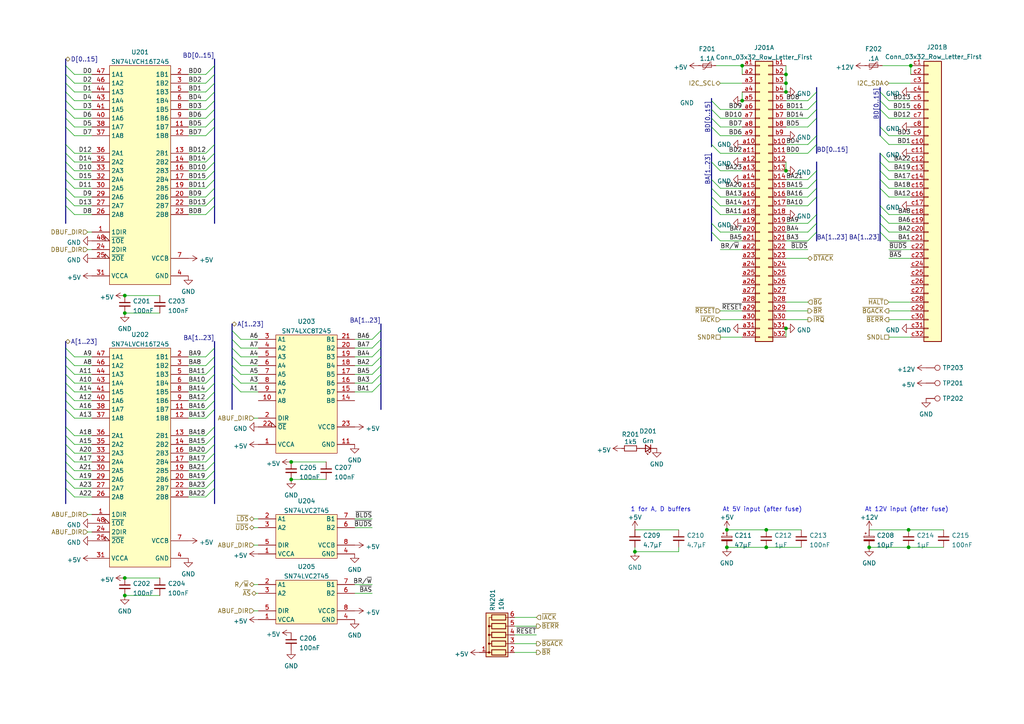
<source format=kicad_sch>
(kicad_sch (version 20210621) (generator eeschema)
  (paper "A4")
  (junction (at 36.195 172.72))
  (junction (at 227.965 49.53))
  (junction (at 227.965 26.67))
  (junction (at 36.195 167.64))
  (junction (at 227.965 95.25))
  (junction (at 215.265 29.21))
  (junction (at 36.195 90.805))
  (junction (at 227.965 21.59))
  (junction (at 264.16 19.05))
  (junction (at 215.265 19.05))
  (junction (at 227.965 24.13))
  (junction (at 84.455 139.065))
  (junction (at 263.525 153.67))
  (junction (at 184.15 160.02))
  (junction (at 36.195 85.725))
  (junction (at 210.82 153.67))
  (junction (at 210.82 158.75))
  (junction (at 252.095 158.75))
  (junction (at 263.525 158.75))
  (junction (at 222.25 158.75))
  (junction (at 84.455 133.985))
  (junction (at 222.25 153.67))
  (bus_entry (at 206.375 57.15) (size 2.54 2.54))
  (bus_entry (at 59.69 116.205) (size 2.54 -2.54))
  (bus_entry (at 206.375 36.83) (size 2.54 2.54))
  (bus_entry (at 59.69 131.445) (size 2.54 -2.54))
  (bus_entry (at 19.05 113.665) (size 2.54 2.54))
  (bus_entry (at 107.95 113.665) (size 2.54 -2.54))
  (bus_entry (at 19.05 139.065) (size 2.54 2.54))
  (bus_entry (at 234.315 29.21) (size 2.54 -2.54))
  (bus_entry (at 255.27 36.83) (size 2.54 2.54))
  (bus_entry (at 19.05 133.985) (size 2.54 2.54))
  (bus_entry (at 234.315 44.45) (size 2.54 -2.54))
  (bus_entry (at 19.05 141.605) (size 2.54 2.54))
  (bus_entry (at 107.95 103.505) (size 2.54 -2.54))
  (bus_entry (at 67.31 103.505) (size 2.54 2.54))
  (bus_entry (at 59.69 128.905) (size 2.54 -2.54))
  (bus_entry (at 255.27 46.99) (size 2.54 2.54))
  (bus_entry (at 206.375 29.21) (size 2.54 2.54))
  (bus_entry (at 59.69 121.285) (size 2.54 -2.54))
  (bus_entry (at 255.27 31.75) (size 2.54 2.54))
  (bus_entry (at 206.375 46.99) (size 2.54 2.54))
  (bus_entry (at 59.69 136.525) (size 2.54 -2.54))
  (bus_entry (at 234.315 64.77) (size 2.54 -2.54))
  (bus_entry (at 19.05 54.61) (size 2.54 2.54))
  (bus_entry (at 19.05 41.91) (size 2.54 2.54))
  (bus_entry (at 67.31 95.885) (size 2.54 2.54))
  (bus_entry (at 59.69 29.21) (size 2.54 -2.54))
  (bus_entry (at 206.375 34.29) (size 2.54 2.54))
  (bus_entry (at 255.27 54.61) (size 2.54 2.54))
  (bus_entry (at 234.315 36.83) (size 2.54 -2.54))
  (bus_entry (at 255.27 26.67) (size 2.54 2.54))
  (bus_entry (at 255.27 29.21) (size 2.54 2.54))
  (bus_entry (at 255.27 49.53) (size 2.54 2.54))
  (bus_entry (at 59.69 39.37) (size 2.54 -2.54))
  (bus_entry (at 19.05 118.745) (size 2.54 2.54))
  (bus_entry (at 234.315 31.75) (size 2.54 -2.54))
  (bus_entry (at 19.05 116.205) (size 2.54 2.54))
  (bus_entry (at 19.05 126.365) (size 2.54 2.54))
  (bus_entry (at 67.31 100.965) (size 2.54 2.54))
  (bus_entry (at 59.69 44.45) (size 2.54 -2.54))
  (bus_entry (at 19.05 49.53) (size 2.54 2.54))
  (bus_entry (at 234.315 34.29) (size 2.54 -2.54))
  (bus_entry (at 19.05 21.59) (size 2.54 2.54))
  (bus_entry (at 59.69 21.59) (size 2.54 -2.54))
  (bus_entry (at 19.05 123.825) (size 2.54 2.54))
  (bus_entry (at 59.69 139.065) (size 2.54 -2.54))
  (bus_entry (at 255.27 59.69) (size 2.54 2.54))
  (bus_entry (at 255.27 39.37) (size 2.54 2.54))
  (bus_entry (at 59.69 106.045) (size 2.54 -2.54))
  (bus_entry (at 19.05 46.99) (size 2.54 2.54))
  (bus_entry (at 19.05 26.67) (size 2.54 2.54))
  (bus_entry (at 59.69 62.23) (size 2.54 -2.54))
  (bus_entry (at 234.315 52.07) (size 2.54 -2.54))
  (bus_entry (at 19.05 131.445) (size 2.54 2.54))
  (bus_entry (at 206.375 59.69) (size 2.54 2.54))
  (bus_entry (at 19.05 19.05) (size 2.54 2.54))
  (bus_entry (at 67.31 111.125) (size 2.54 2.54))
  (bus_entry (at 59.69 141.605) (size 2.54 -2.54))
  (bus_entry (at 59.69 52.07) (size 2.54 -2.54))
  (bus_entry (at 59.69 118.745) (size 2.54 -2.54))
  (bus_entry (at 19.05 36.83) (size 2.54 2.54))
  (bus_entry (at 19.05 44.45) (size 2.54 2.54))
  (bus_entry (at 19.05 57.15) (size 2.54 2.54))
  (bus_entry (at 59.69 54.61) (size 2.54 -2.54))
  (bus_entry (at 59.69 108.585) (size 2.54 -2.54))
  (bus_entry (at 19.05 136.525) (size 2.54 2.54))
  (bus_entry (at 19.05 52.07) (size 2.54 2.54))
  (bus_entry (at 59.69 24.13) (size 2.54 -2.54))
  (bus_entry (at 206.375 31.75) (size 2.54 2.54))
  (bus_entry (at 59.69 103.505) (size 2.54 -2.54))
  (bus_entry (at 206.375 64.77) (size 2.54 2.54))
  (bus_entry (at 19.05 31.75) (size 2.54 2.54))
  (bus_entry (at 107.95 106.045) (size 2.54 -2.54))
  (bus_entry (at 255.27 64.77) (size 2.54 2.54))
  (bus_entry (at 59.69 46.99) (size 2.54 -2.54))
  (bus_entry (at 206.375 41.91) (size 2.54 2.54))
  (bus_entry (at 59.69 144.145) (size 2.54 -2.54))
  (bus_entry (at 59.69 31.75) (size 2.54 -2.54))
  (bus_entry (at 255.27 44.45) (size 2.54 2.54))
  (bus_entry (at 255.27 62.23) (size 2.54 2.54))
  (bus_entry (at 107.95 100.965) (size 2.54 -2.54))
  (bus_entry (at 19.05 128.905) (size 2.54 2.54))
  (bus_entry (at 19.05 29.21) (size 2.54 2.54))
  (bus_entry (at 59.69 111.125) (size 2.54 -2.54))
  (bus_entry (at 234.315 41.91) (size 2.54 -2.54))
  (bus_entry (at 67.31 98.425) (size 2.54 2.54))
  (bus_entry (at 107.95 111.125) (size 2.54 -2.54))
  (bus_entry (at 19.05 34.29) (size 2.54 2.54))
  (bus_entry (at 59.69 59.69) (size 2.54 -2.54))
  (bus_entry (at 234.315 59.69) (size 2.54 -2.54))
  (bus_entry (at 255.27 52.07) (size 2.54 2.54))
  (bus_entry (at 234.315 54.61) (size 2.54 -2.54))
  (bus_entry (at 19.05 108.585) (size 2.54 2.54))
  (bus_entry (at 59.69 133.985) (size 2.54 -2.54))
  (bus_entry (at 19.05 106.045) (size 2.54 2.54))
  (bus_entry (at 206.375 54.61) (size 2.54 2.54))
  (bus_entry (at 59.69 49.53) (size 2.54 -2.54))
  (bus_entry (at 19.05 100.965) (size 2.54 2.54))
  (bus_entry (at 19.05 59.69) (size 2.54 2.54))
  (bus_entry (at 59.69 57.15) (size 2.54 -2.54))
  (bus_entry (at 59.69 26.67) (size 2.54 -2.54))
  (bus_entry (at 206.375 52.07) (size 2.54 2.54))
  (bus_entry (at 67.31 108.585) (size 2.54 2.54))
  (bus_entry (at 234.315 69.85) (size 2.54 -2.54))
  (bus_entry (at 67.31 106.045) (size 2.54 2.54))
  (bus_entry (at 59.69 34.29) (size 2.54 -2.54))
  (bus_entry (at 234.315 57.15) (size 2.54 -2.54))
  (bus_entry (at 107.95 98.425) (size 2.54 -2.54))
  (bus_entry (at 59.69 113.665) (size 2.54 -2.54))
  (bus_entry (at 19.05 111.125) (size 2.54 2.54))
  (bus_entry (at 59.69 36.83) (size 2.54 -2.54))
  (bus_entry (at 206.375 67.31) (size 2.54 2.54))
  (bus_entry (at 107.95 108.585) (size 2.54 -2.54))
  (bus_entry (at 19.05 103.505) (size 2.54 2.54))
  (bus_entry (at 255.27 67.31) (size 2.54 2.54))
  (bus_entry (at 19.05 24.13) (size 2.54 2.54))
  (bus_entry (at 59.69 126.365) (size 2.54 -2.54))
  (bus_entry (at 234.315 67.31) (size 2.54 -2.54))
  (wire (pts (xy 208.915 34.29) (xy 215.265 34.29)))
  (wire (pts (xy 264.16 92.71) (xy 257.81 92.71)))
  (wire (pts (xy 263.525 158.75) (xy 273.685 158.75)))
  (wire (pts (xy 54.61 34.29) (xy 59.69 34.29)))
  (wire (pts (xy 208.915 39.37) (xy 215.265 39.37)))
  (wire (pts (xy 257.81 52.07) (xy 264.16 52.07)))
  (wire (pts (xy 54.61 108.585) (xy 59.69 108.585)))
  (wire (pts (xy 257.81 49.53) (xy 264.16 49.53)))
  (bus (pts (xy 206.375 29.21) (xy 206.375 31.75)))
  (wire (pts (xy 208.915 36.83) (xy 215.265 36.83)))
  (wire (pts (xy 69.85 106.045) (xy 74.93 106.045)))
  (wire (pts (xy 21.59 21.59) (xy 26.67 21.59)))
  (wire (pts (xy 54.61 128.905) (xy 59.69 128.905)))
  (wire (pts (xy 252.095 158.75) (xy 263.525 158.75)))
  (bus (pts (xy 206.375 41.91) (xy 206.375 42.545)))
  (wire (pts (xy 215.265 26.67) (xy 215.265 29.21)))
  (wire (pts (xy 21.59 26.67) (xy 26.67 26.67)))
  (wire (pts (xy 54.61 126.365) (xy 59.69 126.365)))
  (wire (pts (xy 227.965 31.75) (xy 234.315 31.75)))
  (wire (pts (xy 227.965 36.83) (xy 234.315 36.83)))
  (wire (pts (xy 54.61 141.605) (xy 59.69 141.605)))
  (wire (pts (xy 54.61 54.61) (xy 59.69 54.61)))
  (wire (pts (xy 257.81 24.13) (xy 264.16 24.13)))
  (wire (pts (xy 222.25 158.75) (xy 232.41 158.75)))
  (wire (pts (xy 210.82 158.75) (xy 222.25 158.75)))
  (wire (pts (xy 21.59 103.505) (xy 26.67 103.505)))
  (wire (pts (xy 102.87 172.085) (xy 107.95 172.085)))
  (wire (pts (xy 54.61 139.065) (xy 59.69 139.065)))
  (wire (pts (xy 257.81 67.31) (xy 264.16 67.31)))
  (wire (pts (xy 21.59 39.37) (xy 26.67 39.37)))
  (wire (pts (xy 54.61 131.445) (xy 59.69 131.445)))
  (wire (pts (xy 54.61 44.45) (xy 59.69 44.45)))
  (bus (pts (xy 62.23 31.75) (xy 62.23 34.29)))
  (bus (pts (xy 62.23 29.21) (xy 62.23 31.75)))
  (bus (pts (xy 62.23 26.67) (xy 62.23 29.21)))
  (bus (pts (xy 62.23 24.13) (xy 62.23 26.67)))
  (bus (pts (xy 62.23 34.29) (xy 62.23 36.83)))
  (bus (pts (xy 62.23 36.83) (xy 62.23 41.91)))
  (bus (pts (xy 62.23 17.145) (xy 62.23 19.05)))
  (bus (pts (xy 62.23 19.05) (xy 62.23 21.59)))
  (bus (pts (xy 62.23 21.59) (xy 62.23 24.13)))
  (bus (pts (xy 62.23 41.91) (xy 62.23 44.45)))
  (bus (pts (xy 62.23 44.45) (xy 62.23 46.99)))
  (bus (pts (xy 62.23 54.61) (xy 62.23 57.15)))
  (bus (pts (xy 62.23 52.07) (xy 62.23 54.61)))
  (bus (pts (xy 62.23 57.15) (xy 62.23 59.69)))
  (bus (pts (xy 62.23 59.69) (xy 62.23 64.77)))
  (bus (pts (xy 62.23 46.99) (xy 62.23 49.53)))
  (bus (pts (xy 62.23 49.53) (xy 62.23 52.07)))
  (wire (pts (xy 227.965 69.85) (xy 234.315 69.85)))
  (wire (pts (xy 54.61 46.99) (xy 59.69 46.99)))
  (wire (pts (xy 149.225 184.15) (xy 155.575 184.15)))
  (wire (pts (xy 54.61 106.045) (xy 59.69 106.045)))
  (wire (pts (xy 208.915 49.53) (xy 215.265 49.53)))
  (wire (pts (xy 102.87 153.035) (xy 107.95 153.035)))
  (wire (pts (xy 102.87 100.965) (xy 107.95 100.965)))
  (wire (pts (xy 54.61 136.525) (xy 59.69 136.525)))
  (wire (pts (xy 21.59 144.145) (xy 26.67 144.145)))
  (wire (pts (xy 102.87 103.505) (xy 107.95 103.505)))
  (wire (pts (xy 69.85 103.505) (xy 74.93 103.505)))
  (wire (pts (xy 21.59 59.69) (xy 26.67 59.69)))
  (wire (pts (xy 21.59 29.21) (xy 26.67 29.21)))
  (wire (pts (xy 208.915 97.79) (xy 215.265 97.79)))
  (wire (pts (xy 21.59 139.065) (xy 26.67 139.065)))
  (wire (pts (xy 264.16 87.63) (xy 257.81 87.63)))
  (wire (pts (xy 102.87 98.425) (xy 107.95 98.425)))
  (wire (pts (xy 54.61 29.21) (xy 59.69 29.21)))
  (wire (pts (xy 25.4 154.305) (xy 26.67 154.305)))
  (wire (pts (xy 149.225 189.23) (xy 155.575 189.23)))
  (wire (pts (xy 208.915 31.75) (xy 215.265 31.75)))
  (wire (pts (xy 69.85 113.665) (xy 74.93 113.665)))
  (wire (pts (xy 25.4 67.31) (xy 26.67 67.31)))
  (wire (pts (xy 36.195 90.805) (xy 46.355 90.805)))
  (wire (pts (xy 257.81 34.29) (xy 264.16 34.29)))
  (wire (pts (xy 21.59 128.905) (xy 26.67 128.905)))
  (wire (pts (xy 257.81 69.85) (xy 264.16 69.85)))
  (bus (pts (xy 236.855 62.23) (xy 236.855 64.77)))
  (bus (pts (xy 236.855 57.15) (xy 236.855 62.23)))
  (bus (pts (xy 236.855 54.61) (xy 236.855 57.15)))
  (bus (pts (xy 236.855 52.07) (xy 236.855 54.61)))
  (bus (pts (xy 236.855 46.99) (xy 236.855 49.53)))
  (bus (pts (xy 236.855 49.53) (xy 236.855 52.07)))
  (bus (pts (xy 236.855 67.31) (xy 236.855 69.85)))
  (bus (pts (xy 236.855 64.77) (xy 236.855 67.31)))
  (wire (pts (xy 21.59 49.53) (xy 26.67 49.53)))
  (wire (pts (xy 69.85 111.125) (xy 74.93 111.125)))
  (wire (pts (xy 21.59 44.45) (xy 26.67 44.45)))
  (wire (pts (xy 54.61 118.745) (xy 59.69 118.745)))
  (wire (pts (xy 54.61 24.13) (xy 59.69 24.13)))
  (wire (pts (xy 149.225 181.61) (xy 155.575 181.61)))
  (wire (pts (xy 227.965 41.91) (xy 234.315 41.91)))
  (wire (pts (xy 54.61 144.145) (xy 59.69 144.145)))
  (wire (pts (xy 21.59 131.445) (xy 26.67 131.445)))
  (wire (pts (xy 257.81 74.93) (xy 264.16 74.93)))
  (wire (pts (xy 69.85 108.585) (xy 74.93 108.585)))
  (wire (pts (xy 74.295 172.085) (xy 74.93 172.085)))
  (wire (pts (xy 227.965 44.45) (xy 234.315 44.45)))
  (wire (pts (xy 252.095 153.67) (xy 263.525 153.67)))
  (wire (pts (xy 257.81 72.39) (xy 264.16 72.39)))
  (wire (pts (xy 69.85 98.425) (xy 74.93 98.425)))
  (wire (pts (xy 69.85 100.965) (xy 74.93 100.965)))
  (bus (pts (xy 110.49 111.125) (xy 110.49 118.745)))
  (bus (pts (xy 110.49 108.585) (xy 110.49 111.125)))
  (bus (pts (xy 110.49 98.425) (xy 110.49 100.965)))
  (bus (pts (xy 110.49 93.98) (xy 110.49 95.885)))
  (bus (pts (xy 110.49 95.885) (xy 110.49 98.425)))
  (bus (pts (xy 110.49 103.505) (xy 110.49 106.045)))
  (bus (pts (xy 110.49 106.045) (xy 110.49 108.585)))
  (bus (pts (xy 110.49 100.965) (xy 110.49 103.505)))
  (wire (pts (xy 257.81 39.37) (xy 264.16 39.37)))
  (bus (pts (xy 206.375 36.83) (xy 206.375 41.91)))
  (wire (pts (xy 149.225 186.69) (xy 155.575 186.69)))
  (bus (pts (xy 62.23 100.965) (xy 62.23 103.505)))
  (bus (pts (xy 62.23 99.06) (xy 62.23 100.965)))
  (bus (pts (xy 62.23 123.825) (xy 62.23 126.365)))
  (bus (pts (xy 62.23 116.205) (xy 62.23 118.745)))
  (bus (pts (xy 62.23 118.745) (xy 62.23 123.825)))
  (bus (pts (xy 62.23 113.665) (xy 62.23 116.205)))
  (bus (pts (xy 62.23 106.045) (xy 62.23 108.585)))
  (bus (pts (xy 62.23 108.585) (xy 62.23 111.125)))
  (bus (pts (xy 62.23 111.125) (xy 62.23 113.665)))
  (bus (pts (xy 62.23 103.505) (xy 62.23 106.045)))
  (bus (pts (xy 62.23 136.525) (xy 62.23 139.065)))
  (bus (pts (xy 62.23 139.065) (xy 62.23 141.605)))
  (bus (pts (xy 62.23 141.605) (xy 62.23 146.05)))
  (bus (pts (xy 62.23 133.985) (xy 62.23 136.525)))
  (bus (pts (xy 62.23 131.445) (xy 62.23 133.985)))
  (bus (pts (xy 62.23 126.365) (xy 62.23 128.905)))
  (bus (pts (xy 62.23 128.905) (xy 62.23 131.445)))
  (wire (pts (xy 257.81 54.61) (xy 264.16 54.61)))
  (wire (pts (xy 208.915 72.39) (xy 215.265 72.39)))
  (wire (pts (xy 207.645 19.05) (xy 215.265 19.05)))
  (wire (pts (xy 54.61 21.59) (xy 59.69 21.59)))
  (wire (pts (xy 21.59 108.585) (xy 26.67 108.585)))
  (wire (pts (xy 263.525 153.67) (xy 273.685 153.67)))
  (wire (pts (xy 21.59 133.985) (xy 26.67 133.985)))
  (wire (pts (xy 21.59 57.15) (xy 26.67 57.15)))
  (wire (pts (xy 54.61 26.67) (xy 59.69 26.67)))
  (wire (pts (xy 21.59 52.07) (xy 26.67 52.07)))
  (wire (pts (xy 25.4 72.39) (xy 26.67 72.39)))
  (wire (pts (xy 36.195 167.64) (xy 46.355 167.64)))
  (wire (pts (xy 54.61 39.37) (xy 59.69 39.37)))
  (wire (pts (xy 257.81 90.17) (xy 264.16 90.17)))
  (wire (pts (xy 54.61 111.125) (xy 59.69 111.125)))
  (wire (pts (xy 227.965 29.21) (xy 234.315 29.21)))
  (wire (pts (xy 208.915 44.45) (xy 215.265 44.45)))
  (wire (pts (xy 208.915 69.85) (xy 215.265 69.85)))
  (wire (pts (xy 54.61 113.665) (xy 59.69 113.665)))
  (wire (pts (xy 227.965 57.15) (xy 234.315 57.15)))
  (wire (pts (xy 102.87 150.495) (xy 107.95 150.495)))
  (wire (pts (xy 54.61 133.985) (xy 59.69 133.985)))
  (wire (pts (xy 264.16 19.05) (xy 264.16 21.59)))
  (wire (pts (xy 257.81 29.21) (xy 264.16 29.21)))
  (wire (pts (xy 227.965 52.07) (xy 234.315 52.07)))
  (wire (pts (xy 102.87 108.585) (xy 107.95 108.585)))
  (wire (pts (xy 54.61 103.505) (xy 59.69 103.505)))
  (wire (pts (xy 54.61 49.53) (xy 59.69 49.53)))
  (wire (pts (xy 102.87 169.545) (xy 107.95 169.545)))
  (wire (pts (xy 84.455 139.065) (xy 94.615 139.065)))
  (wire (pts (xy 21.59 111.125) (xy 26.67 111.125)))
  (wire (pts (xy 21.59 62.23) (xy 26.67 62.23)))
  (wire (pts (xy 54.61 62.23) (xy 59.69 62.23)))
  (wire (pts (xy 227.965 87.63) (xy 234.315 87.63)))
  (wire (pts (xy 21.59 24.13) (xy 26.67 24.13)))
  (wire (pts (xy 21.59 34.29) (xy 26.67 34.29)))
  (wire (pts (xy 54.61 121.285) (xy 59.69 121.285)))
  (wire (pts (xy 184.15 160.02) (xy 196.85 160.02)))
  (wire (pts (xy 184.15 158.75) (xy 184.15 160.02)))
  (wire (pts (xy 196.85 160.02) (xy 196.85 158.75)))
  (wire (pts (xy 257.81 64.77) (xy 264.16 64.77)))
  (wire (pts (xy 257.81 62.23) (xy 264.16 62.23)))
  (bus (pts (xy 255.27 44.45) (xy 255.27 46.99)))
  (wire (pts (xy 21.59 36.83) (xy 26.67 36.83)))
  (wire (pts (xy 227.965 95.25) (xy 227.965 97.79)))
  (wire (pts (xy 21.59 113.665) (xy 26.67 113.665)))
  (wire (pts (xy 21.59 118.745) (xy 26.67 118.745)))
  (wire (pts (xy 215.265 19.05) (xy 215.265 21.59)))
  (bus (pts (xy 19.05 99.06) (xy 19.05 100.965)))
  (bus (pts (xy 19.05 100.965) (xy 19.05 103.505)))
  (bus (pts (xy 19.05 103.505) (xy 19.05 106.045)))
  (bus (pts (xy 19.05 126.365) (xy 19.05 128.905)))
  (bus (pts (xy 19.05 123.825) (xy 19.05 126.365)))
  (bus (pts (xy 19.05 133.985) (xy 19.05 136.525)))
  (bus (pts (xy 19.05 136.525) (xy 19.05 139.065)))
  (bus (pts (xy 19.05 128.905) (xy 19.05 131.445)))
  (bus (pts (xy 19.05 131.445) (xy 19.05 133.985)))
  (bus (pts (xy 19.05 116.205) (xy 19.05 118.745)))
  (bus (pts (xy 19.05 118.745) (xy 19.05 123.825)))
  (bus (pts (xy 19.05 108.585) (xy 19.05 111.125)))
  (bus (pts (xy 19.05 106.045) (xy 19.05 108.585)))
  (bus (pts (xy 19.05 113.665) (xy 19.05 116.205)))
  (bus (pts (xy 19.05 111.125) (xy 19.05 113.665)))
  (bus (pts (xy 19.05 141.605) (xy 19.05 146.05)))
  (bus (pts (xy 19.05 139.065) (xy 19.05 141.605)))
  (wire (pts (xy 208.915 59.69) (xy 215.265 59.69)))
  (wire (pts (xy 208.915 57.15) (xy 215.265 57.15)))
  (wire (pts (xy 54.61 52.07) (xy 59.69 52.07)))
  (wire (pts (xy 54.61 59.69) (xy 59.69 59.69)))
  (wire (pts (xy 227.965 46.99) (xy 227.965 49.53)))
  (wire (pts (xy 73.66 150.495) (xy 74.93 150.495)))
  (wire (pts (xy 227.965 59.69) (xy 234.315 59.69)))
  (wire (pts (xy 257.81 46.99) (xy 264.16 46.99)))
  (wire (pts (xy 234.315 90.17) (xy 227.965 90.17)))
  (wire (pts (xy 184.15 153.67) (xy 196.85 153.67)))
  (wire (pts (xy 234.315 92.71) (xy 227.965 92.71)))
  (wire (pts (xy 21.59 46.99) (xy 26.67 46.99)))
  (bus (pts (xy 236.855 41.91) (xy 236.855 44.45)))
  (wire (pts (xy 102.87 106.045) (xy 107.95 106.045)))
  (bus (pts (xy 206.375 31.75) (xy 206.375 34.29)))
  (wire (pts (xy 227.965 19.05) (xy 227.965 21.59)))
  (wire (pts (xy 227.965 21.59) (xy 227.965 24.13)))
  (bus (pts (xy 206.375 34.29) (xy 206.375 36.83)))
  (wire (pts (xy 21.59 141.605) (xy 26.67 141.605)))
  (wire (pts (xy 255.905 19.05) (xy 264.16 19.05)))
  (bus (pts (xy 67.31 106.045) (xy 67.31 108.585)))
  (bus (pts (xy 67.31 108.585) (xy 67.31 111.125)))
  (bus (pts (xy 67.31 111.125) (xy 67.31 118.745)))
  (bus (pts (xy 67.31 98.425) (xy 67.31 100.965)))
  (bus (pts (xy 67.31 103.505) (xy 67.31 106.045)))
  (bus (pts (xy 67.31 100.965) (xy 67.31 103.505)))
  (bus (pts (xy 67.31 93.98) (xy 67.31 95.885)))
  (bus (pts (xy 67.31 95.885) (xy 67.31 98.425)))
  (wire (pts (xy 21.59 31.75) (xy 26.67 31.75)))
  (wire (pts (xy 208.915 24.13) (xy 215.265 24.13)))
  (wire (pts (xy 21.59 106.045) (xy 26.67 106.045)))
  (wire (pts (xy 208.915 92.71) (xy 215.265 92.71)))
  (bus (pts (xy 206.375 54.61) (xy 206.375 57.15)))
  (bus (pts (xy 206.375 57.15) (xy 206.375 59.69)))
  (bus (pts (xy 206.375 59.69) (xy 206.375 64.77)))
  (bus (pts (xy 206.375 52.07) (xy 206.375 54.61)))
  (bus (pts (xy 206.375 46.99) (xy 206.375 52.07)))
  (bus (pts (xy 206.375 44.45) (xy 206.375 46.99)))
  (bus (pts (xy 206.375 67.31) (xy 206.375 69.85)))
  (bus (pts (xy 206.375 64.77) (xy 206.375 67.31)))
  (wire (pts (xy 208.915 54.61) (xy 215.265 54.61)))
  (wire (pts (xy 21.59 136.525) (xy 26.67 136.525)))
  (wire (pts (xy 257.81 31.75) (xy 264.16 31.75)))
  (wire (pts (xy 222.25 153.67) (xy 232.41 153.67)))
  (wire (pts (xy 210.82 153.67) (xy 222.25 153.67)))
  (wire (pts (xy 36.195 85.725) (xy 46.355 85.725)))
  (wire (pts (xy 102.87 113.665) (xy 107.95 113.665)))
  (bus (pts (xy 255.27 31.75) (xy 255.27 36.83)))
  (bus (pts (xy 255.27 26.67) (xy 255.27 29.21)))
  (bus (pts (xy 255.27 29.21) (xy 255.27 31.75)))
  (bus (pts (xy 255.27 25.4) (xy 255.27 26.67)))
  (bus (pts (xy 255.27 36.83) (xy 255.27 39.37)))
  (wire (pts (xy 73.66 169.545) (xy 74.93 169.545)))
  (wire (pts (xy 208.915 62.23) (xy 215.265 62.23)))
  (wire (pts (xy 227.965 64.77) (xy 234.315 64.77)))
  (wire (pts (xy 21.59 121.285) (xy 26.67 121.285)))
  (wire (pts (xy 54.61 31.75) (xy 59.69 31.75)))
  (wire (pts (xy 54.61 57.15) (xy 59.69 57.15)))
  (wire (pts (xy 215.265 90.17) (xy 208.915 90.17)))
  (wire (pts (xy 21.59 54.61) (xy 26.67 54.61)))
  (wire (pts (xy 73.66 177.165) (xy 74.93 177.165)))
  (wire (pts (xy 21.59 116.205) (xy 26.67 116.205)))
  (wire (pts (xy 257.81 57.15) (xy 264.16 57.15)))
  (wire (pts (xy 234.315 74.93) (xy 227.965 74.93)))
  (bus (pts (xy 255.27 52.07) (xy 255.27 54.61)))
  (bus (pts (xy 255.27 49.53) (xy 255.27 52.07)))
  (bus (pts (xy 255.27 46.99) (xy 255.27 49.53)))
  (bus (pts (xy 255.27 54.61) (xy 255.27 59.69)))
  (bus (pts (xy 255.27 59.69) (xy 255.27 62.23)))
  (bus (pts (xy 255.27 64.77) (xy 255.27 67.31)))
  (bus (pts (xy 255.27 67.31) (xy 255.27 69.85)))
  (bus (pts (xy 255.27 62.23) (xy 255.27 64.77)))
  (wire (pts (xy 234.315 72.39) (xy 227.965 72.39)))
  (wire (pts (xy 73.66 158.115) (xy 74.93 158.115)))
  (wire (pts (xy 102.87 111.125) (xy 107.95 111.125)))
  (bus (pts (xy 19.05 41.91) (xy 19.05 44.45)))
  (bus (pts (xy 19.05 44.45) (xy 19.05 46.99)))
  (bus (pts (xy 19.05 46.99) (xy 19.05 49.53)))
  (bus (pts (xy 19.05 49.53) (xy 19.05 52.07)))
  (bus (pts (xy 19.05 52.07) (xy 19.05 54.61)))
  (bus (pts (xy 19.05 57.15) (xy 19.05 59.69)))
  (bus (pts (xy 19.05 54.61) (xy 19.05 57.15)))
  (bus (pts (xy 19.05 59.69) (xy 19.05 64.77)))
  (bus (pts (xy 19.05 19.05) (xy 19.05 21.59)))
  (bus (pts (xy 19.05 21.59) (xy 19.05 24.13)))
  (bus (pts (xy 19.05 34.29) (xy 19.05 36.83)))
  (bus (pts (xy 19.05 29.21) (xy 19.05 31.75)))
  (bus (pts (xy 19.05 31.75) (xy 19.05 34.29)))
  (bus (pts (xy 19.05 26.67) (xy 19.05 29.21)))
  (bus (pts (xy 19.05 24.13) (xy 19.05 26.67)))
  (bus (pts (xy 19.05 36.83) (xy 19.05 41.91)))
  (bus (pts (xy 19.05 17.145) (xy 19.05 19.05)))
  (wire (pts (xy 73.66 153.035) (xy 74.93 153.035)))
  (wire (pts (xy 257.81 97.79) (xy 264.16 97.79)))
  (wire (pts (xy 227.965 24.13) (xy 227.965 26.67)))
  (wire (pts (xy 36.195 172.72) (xy 46.355 172.72)))
  (wire (pts (xy 21.59 126.365) (xy 26.67 126.365)))
  (wire (pts (xy 208.915 67.31) (xy 215.265 67.31)))
  (wire (pts (xy 84.455 133.985) (xy 94.615 133.985)))
  (wire (pts (xy 227.965 54.61) (xy 234.315 54.61)))
  (wire (pts (xy 54.61 36.83) (xy 59.69 36.83)))
  (bus (pts (xy 236.855 25.4) (xy 236.855 26.67)))
  (bus (pts (xy 236.855 29.21) (xy 236.855 31.75)))
  (bus (pts (xy 236.855 26.67) (xy 236.855 29.21)))
  (bus (pts (xy 236.855 31.75) (xy 236.855 34.29)))
  (bus (pts (xy 236.855 34.29) (xy 236.855 39.37)))
  (bus (pts (xy 236.855 39.37) (xy 236.855 41.91)))
  (wire (pts (xy 25.4 149.225) (xy 26.67 149.225)))
  (wire (pts (xy 227.965 34.29) (xy 234.315 34.29)))
  (wire (pts (xy 73.66 121.285) (xy 74.93 121.285)))
  (wire (pts (xy 257.81 41.91) (xy 264.16 41.91)))
  (wire (pts (xy 54.61 116.205) (xy 59.69 116.205)))
  (wire (pts (xy 149.225 179.07) (xy 155.575 179.07)))
  (bus (pts (xy 206.375 28.575) (xy 206.375 29.21)))
  (wire (pts (xy 227.965 67.31) (xy 234.315 67.31)))
  (text "At 5V input (after fuse)" (at 209.55 148.59 0) (effects (font (size 1.27 1.27)) (justify left bottom)))
  (text "1 for A, D buffers" (at 182.88 148.59 0) (effects (font (size 1.27 1.27)) (justify left bottom)))
  (text "At 12V input (after fuse)" (at 250.825 148.59 0) (effects (font (size 1.27 1.27)) (justify left bottom)))
  (label "A9" (at 26.67 103.505 180))
  (label "BA18" (at 264.16 54.61 180))
  (label "BD3" (at 264.16 39.37 180))
  (label "D2" (at 26.67 24.13 180))
  (label "BD10" (at 54.61 49.53 0))
  (label "BD12" (at 264.16 34.29 180))
  (label "BA5" (at 215.265 69.85 180))
  (label "BA16" (at 54.61 118.745 0))
  (label "A1" (at 74.93 113.665 180))
  (label "BA20" (at 215.265 54.61 180))
  (label "BA2" (at 264.16 67.31 180))
  (label "BA10" (at 227.965 59.69 0))
  (label "BA9" (at 54.61 103.505 0))
  (label "BA3" (at 227.965 69.85 0))
  (label "BD10" (at 215.265 34.29 180))
  (label "BA[1..23]" (at 255.27 69.85 180))
  (label "A8" (at 26.67 106.045 180))
  (label "D7" (at 26.67 39.37 180))
  (label "BA21" (at 227.965 52.07 0))
  (label "BA10" (at 54.61 111.125 0))
  (label "BD15" (at 54.61 52.07 0))
  (label "BA12" (at 54.61 116.205 0))
  (label "BA4" (at 227.965 67.31 0))
  (label "D9" (at 26.67 57.15 180))
  (label "BA19" (at 264.16 49.53 180))
  (label "A19" (at 26.67 139.065 180))
  (label "A16" (at 26.67 118.745 180))
  (label "A10" (at 26.67 111.125 180))
  (label "A15" (at 26.67 128.905 180))
  (label "BD0" (at 227.965 44.45 0))
  (label "BD2" (at 215.265 44.45 180))
  (label "BA17" (at 54.61 133.985 0))
  (label "A2" (at 74.93 106.045 180))
  (label "~{RESET}" (at 155.575 184.15 180))
  (label "BD5" (at 54.61 36.83 0))
  (label "BA11" (at 54.61 108.585 0))
  (label "BD4" (at 227.965 41.91 0))
  (label "BA22" (at 54.61 144.145 0))
  (label "BD[0..15]" (at 62.23 17.145 180))
  (label "A11" (at 26.67 108.585 180))
  (label "A3" (at 74.93 111.125 180))
  (label "D0" (at 26.67 21.59 180))
  (label "D13" (at 26.67 59.69 180))
  (label "BD[0..15]" (at 206.375 29.21 270))
  (label "BA20" (at 54.61 131.445 0))
  (label "D1" (at 26.67 26.67 180))
  (label "BA[1..23]" (at 236.855 69.85 0))
  (label "A14" (at 26.67 113.665 180))
  (label "A6" (at 74.93 98.425 180))
  (label "BA12" (at 264.16 57.15 180))
  (label "BA14" (at 215.265 59.69 180))
  (label "BD2" (at 54.61 24.13 0))
  (label "BA23" (at 54.61 141.605 0))
  (label "BD15" (at 264.16 31.75 180))
  (label "BA[1..23]" (at 62.23 99.06 180))
  (label "A18" (at 26.67 126.365 180))
  (label "BA7" (at 215.265 67.31 180))
  (label "BD13" (at 264.16 29.21 180))
  (label "A17" (at 26.67 133.985 180))
  (label "A12" (at 26.67 116.205 180))
  (label "BA18" (at 54.61 126.365 0))
  (label "BD8" (at 54.61 62.23 0))
  (label "BR{slash}~{W}" (at 208.915 72.39 0))
  (label "BD7" (at 215.265 36.83 180))
  (label "~{BLDS}" (at 107.95 150.495 180))
  (label "A13" (at 26.67 121.285 180))
  (label "BD12" (at 54.61 44.45 0))
  (label "D5" (at 26.67 36.83 180))
  (label "A20" (at 26.67 131.445 180))
  (label "BA1" (at 103.505 113.665 0))
  (label "~{RESET}" (at 215.265 90.17 180))
  (label "A22" (at 26.67 144.145 180))
  (label "A5" (at 74.93 108.585 180))
  (label "BA2" (at 103.505 106.045 0))
  (label "BD0" (at 54.61 21.59 0))
  (label "BD9" (at 215.265 31.75 180))
  (label "BD1" (at 54.61 26.67 0))
  (label "BA11" (at 215.265 62.23 180))
  (label "D4" (at 26.67 29.21 180))
  (label "BD[0..15]" (at 255.27 25.4 270))
  (label "~{BAS}" (at 257.81 74.93 0))
  (label "BA17" (at 264.16 52.07 180))
  (label "BA21" (at 54.61 136.525 0))
  (label "D15" (at 26.67 52.07 180))
  (label "BD9" (at 54.61 57.15 0))
  (label "~{BLDS}" (at 234.315 72.39 180))
  (label "BA8" (at 54.61 106.045 0))
  (label "BD5" (at 227.965 36.83 0))
  (label "BA15" (at 227.965 54.61 0))
  (label "D6" (at 26.67 34.29 180))
  (label "D11" (at 26.67 54.61 180))
  (label "A21" (at 26.67 136.525 180))
  (label "BD14" (at 227.965 34.29 0))
  (label "BA15" (at 54.61 128.905 0))
  (label "~{BUDS}" (at 107.95 153.035 180))
  (label "BA8" (at 264.16 62.23 180))
  (label "BD6" (at 215.265 39.37 180))
  (label "D10" (at 26.67 49.53 180))
  (label "BD1" (at 264.16 41.91 180))
  (label "BR{slash}~{W}" (at 107.95 169.545 180))
  (label "BA23" (at 215.265 49.53 180))
  (label "~{BUDS}" (at 257.81 72.39 0))
  (label "D12" (at 26.67 44.45 180))
  (label "D8" (at 26.67 62.23 180))
  (label "BA5" (at 103.505 108.585 0))
  (label "BA4" (at 103.505 103.505 0))
  (label "~{BAS}" (at 107.95 172.085 180))
  (label "A23" (at 26.67 141.605 180))
  (label "BA22" (at 264.16 46.99 180))
  (label "BA19" (at 54.61 139.065 0))
  (label "BD11" (at 54.61 54.61 0))
  (label "A4" (at 74.93 103.505 180))
  (label "D14" (at 26.67 46.99 180))
  (label "BD13" (at 54.61 59.69 0))
  (label "BA1" (at 264.16 69.85 180))
  (label "BA[1..23]" (at 206.375 44.45 270))
  (label "BA14" (at 54.61 113.665 0))
  (label "BA13" (at 215.265 57.15 180))
  (label "BD[0..15]" (at 236.855 44.45 0))
  (label "BD14" (at 54.61 46.99 0))
  (label "BD11" (at 227.965 31.75 0))
  (label "BD3" (at 54.61 31.75 0))
  (label "BA13" (at 54.61 121.285 0))
  (label "BD6" (at 54.61 34.29 0))
  (label "BA6" (at 103.505 98.425 0))
  (label "BA9" (at 227.965 64.77 0))
  (label "BA6" (at 264.16 64.77 180))
  (label "BA3" (at 103.505 111.125 0))
  (label "BD8" (at 227.965 29.21 0))
  (label "BA[1..23]" (at 110.49 93.98 180))
  (label "D3" (at 26.67 31.75 180))
  (label "BA7" (at 103.505 100.965 0))
  (label "BD7" (at 54.61 39.37 0))
  (label "A7" (at 74.93 100.965 180))
  (label "BD4" (at 54.61 29.21 0))
  (label "BA16" (at 227.965 57.15 0))
  (hierarchical_label "ABUF_DIR" (shape input) (at 25.4 149.225 180))
  (hierarchical_label "DBUF_DIR" (shape input) (at 25.4 72.39 180))
  (hierarchical_label "ABUF_DIR" (shape input) (at 73.66 158.115 180))
  (hierarchical_label "~{HALT}" (shape input) (at 257.81 87.63 180))
  (hierarchical_label "I2C_SCL" (shape tri_state) (at 208.915 24.13 180))
  (hierarchical_label "~{BERR}" (shape output) (at 257.81 92.71 180))
  (hierarchical_label "A[1..23]" (shape bidirectional) (at 67.31 93.98 0))
  (hierarchical_label "SNDR" (shape passive) (at 208.915 97.79 180))
  (hierarchical_label "R{slash}~{W}" (shape bidirectional) (at 73.66 169.545 180))
  (hierarchical_label "~{AS}" (shape bidirectional) (at 74.295 172.085 180))
  (hierarchical_label "~{DTACK}" (shape bidirectional) (at 234.315 74.93 0))
  (hierarchical_label "DBUF_DIR" (shape input) (at 25.4 67.31 180))
  (hierarchical_label "~{BGACK}" (shape output) (at 155.575 186.69 0))
  (hierarchical_label "SNDL" (shape passive) (at 257.81 97.79 180))
  (hierarchical_label "~{IACK}" (shape input) (at 155.575 179.07 0))
  (hierarchical_label "~{BR}" (shape output) (at 155.575 189.23 0))
  (hierarchical_label "ABUF_DIR" (shape input) (at 25.4 154.305 180))
  (hierarchical_label "~{BG}" (shape input) (at 234.315 87.63 0))
  (hierarchical_label "~{RESET}" (shape input) (at 208.915 90.17 180))
  (hierarchical_label "~{LDS}" (shape bidirectional) (at 73.66 150.495 180))
  (hierarchical_label "~{IRQ}" (shape output) (at 234.315 92.71 0))
  (hierarchical_label "~{BERR}" (shape output) (at 155.575 181.61 0))
  (hierarchical_label "ABUF_DIR" (shape input) (at 73.66 177.165 180))
  (hierarchical_label "~{BR}" (shape output) (at 234.315 90.17 0))
  (hierarchical_label "~{IACK}" (shape input) (at 208.915 92.71 180))
  (hierarchical_label "~{BGACK}" (shape output) (at 257.81 90.17 180))
  (hierarchical_label "D[0..15]" (shape bidirectional) (at 19.05 17.145 0))
  (hierarchical_label "~{UDS}" (shape bidirectional) (at 73.66 153.035 180))
  (hierarchical_label "I2C_SDA" (shape tri_state) (at 257.81 24.13 180))
  (hierarchical_label "ABUF_DIR" (shape input) (at 73.66 121.285 180))
  (hierarchical_label "A[1..23]" (shape bidirectional) (at 19.05 99.06 0))
  (symbol (lib_id "68komputer-common:Conn_03x32_Row_Letter_First") (at 271.78 57.15 0) (mirror y) (unit 2)
    (property "Reference" "J201" (at 268.732 13.6965 0) (effects (justify right)))
    (property "Value" "Conn_03x32_Row_Letter_First" (at 256.667 16.4716 0) (effects (justify right)))
    (property "Footprint" "Connector_DIN:DIN41612_R_3x32_Male_Horizontal_THT" (effects hide))
  )
  (symbol (lib_id "power:GND") (at 227.965 26.67 90) (unit 1)
    (property "Reference" "#PWR0259" (effects hide))
    (property "Value" "GND" (at 231.14 27.149 90) (effects (justify right)))
  )
  (symbol (lib_id "power:GND") (at 26.67 156.845 270) (unit 1)
    (property "Reference" "#PWR0130" (effects hide))
    (property "Value" "GND" (at 23.495 157.324 90) (effects (justify right)))
  )
  (symbol (lib_id "power:+5V") (at 74.93 128.905 90) (unit 1)
    (property "Reference" "#PWR0122" (effects hide))
    (property "Value" "+5V" (at 71.755 129.384 90) (effects (justify left)))
  )
  (symbol (lib_id "68komputer-common:Conn_03x32_Row_Letter_First") (at 220.345 57.15 0) (unit 1)
    (property "Reference" "J201" (at 221.615 13.8135 0))
    (property "Value" "Conn_03x32_Row_Letter_First" (at 221.615 16.5886 0))
    (property "Footprint" "Connector_DIN:DIN41612_R_3x32_Male_Horizontal_THT" (effects hide))
  )
  (symbol (lib_id "power:+5V") (at 102.87 177.165 270) (unit 1)
    (property "Reference" "#PWR0247" (effects hide))
    (property "Value" "+5V" (at 106.045 177.644 90) (effects (justify left)))
  )
  (symbol (lib_id "68komputer-common:SN74LVC2T45") (at 88.9 167.005 0) (unit 1)
    (property "Reference" "U205" (at 88.9 164.3593 0))
    (property "Value" "SN74LVC2T45" (at 88.9 167.1344 0))
    (property "Footprint" "Package_SO:VSSOP-8_2.3x2mm_P0.5mm" (effects hide))
    (property "Datasheet" "https://www.ti.com/lit/ds/symlink/sn74lvc2t45.pdf" (effects hide))
  )
  (symbol (lib_id "power:+5V") (at 54.61 74.93 270) (unit 1)
    (property "Reference" "#PWR0133" (effects hide))
    (property "Value" "+5V" (at 57.785 75.409 90) (effects (justify left)))
  )
  (symbol (lib_id "68komputer-common:SN74LXC8T245") (at 88.9 95.885 0) (unit 1)
    (property "Reference" "U203" (at 88.9 93.2393 0))
    (property "Value" "SN74LXC8T245" (at 88.9 96.0144 0))
    (property "Footprint" "Package_SO:TSSOP-24_4.4x7.8mm_P0.65mm" (effects hide))
    (property "Datasheet" "https://www.ti.com/lit/ds/symlink/sn74lxc8t245.pdf" (effects hide))
  )
  (symbol (lib_id "power:+12V") (at 250.825 19.05 90) (unit 1)
    (property "Reference" "#PWR0264" (effects hide))
    (property "Value" "+12V" (at 247.65 19.529 90) (effects (justify left)))
  )
  (symbol (lib_id "Device:R_Network05") (at 144.145 184.15 90) (unit 1)
    (property "Reference" "RN201" (at 142.875 170.815 0) (effects (justify right)))
    (property "Value" "10k" (at 145.415 173.355 0) (effects (justify right)))
    (property "Footprint" "Resistor_THT:R_Array_SIP6" (effects hide))
    (property "Datasheet" "http://www.vishay.com/docs/31509/csc.pdf" (effects hide))
    (property "MPN" "4606X-101-103LF" (effects hide))
  )
  (symbol (lib_id "Device:C_Small") (at 263.525 156.21 0) (unit 1)
    (property "Reference" "C214" (at 265.8491 155.3015 0) (effects (justify left)))
    (property "Value" "1µF" (at 265.8491 158.0766 0) (effects (justify left)))
    (property "Footprint" "Capacitor_SMD:C_0805_2012Metric" (effects hide))
  )
  (symbol (lib_id "power:GND") (at 102.87 179.705 0) (unit 1)
    (property "Reference" "#PWR0248" (effects hide))
    (property "Value" "GND" (at 102.87 184.2674 0))
  )
  (symbol (lib_id "Device:C_Small") (at 84.455 186.055 0) (unit 1)
    (property "Reference" "C206" (at 86.7791 185.1465 0) (effects (justify left)))
    (property "Value" "100nF" (at 86.7791 187.9216 0) (effects (justify left)))
    (property "Footprint" "Capacitor_SMD:C_0805_2012Metric" (effects hide))
  )
  (symbol (lib_id "power:GND") (at 264.16 36.83 270) (unit 1)
    (property "Reference" "#PWR0266" (effects hide))
    (property "Value" "GND" (at 260.985 37.309 90) (effects (justify right)))
  )
  (symbol (lib_id "power:+5V") (at 36.195 85.725 90) (unit 1)
    (property "Reference" "#PWR0134" (effects hide))
    (property "Value" "+5V" (at 33.02 86.204 90) (effects (justify left)))
  )
  (symbol (lib_id "Device:Polyfuse_Small") (at 205.105 19.05 90) (unit 1)
    (property "Reference" "F201" (at 205.105 14.1945 90))
    (property "Value" "1.1A" (at 205.105 16.9696 90))
    (property "Footprint" "Fuse:Fuse_Bourns_MF-SM_7.98x5.44mm" (effects hide))
    (property "MPN" "MF-SM100/33-2" (effects hide))
  )
  (symbol (lib_id "power:+5V") (at 102.87 158.115 270) (unit 1)
    (property "Reference" "#PWR0245" (effects hide))
    (property "Value" "+5V" (at 106.045 158.594 90) (effects (justify left)))
  )
  (symbol (lib_id "power:+5V") (at 184.15 153.67 0) (unit 1)
    (property "Reference" "#PWR0152" (effects hide))
    (property "Value" "+5V" (at 184.15 150.0655 0))
  )
  (symbol (lib_id "Device:LED_Small") (at 187.96 130.0576 180) (unit 1)
    (property "Reference" "D201" (at 187.96 125.0751 0))
    (property "Value" "Grn" (at 187.96 127.8502 0))
    (property "Footprint" "68komputer-common:H100Cxx" (effects hide))
    (property "MPN" "H100CGD" (effects hide))
  )
  (symbol (lib_id "power:GND") (at 215.265 64.77 270) (unit 1)
    (property "Reference" "#PWR0257" (effects hide))
    (property "Value" "GND" (at 212.09 65.249 90) (effects (justify right)))
  )
  (symbol (lib_id "power:GND") (at 215.265 95.25 270) (unit 1)
    (property "Reference" "#PWR0177" (effects hide))
    (property "Value" "GND" (at 212.09 95.729 90) (effects (justify right)))
  )
  (symbol (lib_id "power:GND") (at 264.16 44.45 270) (unit 1)
    (property "Reference" "#PWR0145" (effects hide))
    (property "Value" "GND" (at 260.985 44.929 90) (effects (justify right)))
  )
  (symbol (lib_id "power:GND") (at 268.605 115.57 0) (unit 1)
    (property "Reference" "#PWR0213" (effects hide))
    (property "Value" "GND" (at 268.605 120.1324 0))
  )
  (symbol (lib_id "power:GND") (at 36.195 172.72 0) (unit 1)
    (property "Reference" "#PWR0124" (effects hide))
    (property "Value" "GND" (at 36.195 177.2824 0))
  )
  (symbol (lib_id "power:+5V") (at 26.67 161.925 90) (unit 1)
    (property "Reference" "#PWR0129" (effects hide))
    (property "Value" "+5V" (at 23.495 162.404 90) (effects (justify left)))
  )
  (symbol (lib_id "Device:C_Small") (at 36.195 170.18 0) (unit 1)
    (property "Reference" "C202" (at 38.5191 169.2715 0) (effects (justify left)))
    (property "Value" "100nF" (at 38.5191 172.0466 0) (effects (justify left)))
    (property "Footprint" "Capacitor_SMD:C_0805_2012Metric" (effects hide))
  )
  (symbol (lib_id "power:+5V") (at 74.93 179.705 90) (unit 1)
    (property "Reference" "#PWR0242" (effects hide))
    (property "Value" "+5V" (at 71.755 180.184 90) (effects (justify left)))
  )
  (symbol (lib_id "Device:C_Small") (at 94.615 136.525 0) (unit 1)
    (property "Reference" "C207" (at 96.9391 135.6165 0) (effects (justify left)))
    (property "Value" "100nF" (at 96.9391 138.3916 0) (effects (justify left)))
    (property "Footprint" "Capacitor_SMD:C_0805_2012Metric" (effects hide))
  )
  (symbol (lib_id "Device:C_Small") (at 46.355 88.265 0) (unit 1)
    (property "Reference" "C203" (at 48.6791 87.3565 0) (effects (justify left)))
    (property "Value" "100nF" (at 48.6791 90.1316 0) (effects (justify left)))
    (property "Footprint" "Capacitor_SMD:C_0805_2012Metric" (effects hide))
  )
  (symbol (lib_id "Connector:TestPoint") (at 268.605 115.57 270) (unit 1)
    (property "Reference" "TP202" (at 273.3802 115.57 90) (effects (justify left)))
    (property "Value" "TestPoint" (effects hide))
    (property "Footprint" "TestPoint:TestPoint_Loop_D2.60mm_Drill1.4mm_Beaded" (effects hide))
    (property "MPN" "534-5001" (effects hide))
  )
  (symbol (lib_id "power:GND") (at 84.455 139.065 0) (unit 1)
    (property "Reference" "#PWR0141" (effects hide))
    (property "Value" "GND" (at 84.455 143.6274 0))
  )
  (symbol (lib_id "power:GND") (at 74.93 123.825 270) (unit 1)
    (property "Reference" "#PWR0123" (effects hide))
    (property "Value" "GND" (at 71.755 124.304 90) (effects (justify right)))
  )
  (symbol (lib_id "power:GND") (at 36.195 90.805 0) (unit 1)
    (property "Reference" "#PWR0135" (effects hide))
    (property "Value" "GND" (at 36.195 95.3674 0))
  )
  (symbol (lib_id "power:+5V") (at 74.93 160.655 90) (unit 1)
    (property "Reference" "#PWR0241" (effects hide))
    (property "Value" "+5V" (at 71.755 161.134 90) (effects (justify left)))
  )
  (symbol (lib_id "Connector:TestPoint") (at 268.605 106.68 270) (unit 1)
    (property "Reference" "TP203" (at 273.3802 106.68 90) (effects (justify left)))
    (property "Value" "TestPoint" (effects hide))
    (property "Footprint" "TestPoint:TestPoint_Loop_D2.60mm_Drill1.4mm_Beaded" (effects hide))
    (property "MPN" "534-5000" (effects hide))
  )
  (symbol (lib_id "power:GND") (at 215.265 29.21 270) (unit 1)
    (property "Reference" "#PWR0253" (effects hide))
    (property "Value" "GND" (at 201.295 29.845 90) (effects (justify right)))
  )
  (symbol (lib_id "power:GND") (at 264.16 95.25 270) (unit 1)
    (property "Reference" "#PWR0181" (effects hide))
    (property "Value" "GND" (at 260.985 95.729 90) (effects (justify right)))
  )
  (symbol (lib_id "Device:C_Small") (at 184.15 156.21 0) (unit 1)
    (property "Reference" "C209" (at 186.4741 155.3015 0) (effects (justify left)))
    (property "Value" "4.7µF" (at 186.4741 158.0766 0) (effects (justify left)))
    (property "Footprint" "Capacitor_SMD:C_0805_2012Metric" (effects hide))
  )
  (symbol (lib_id "power:+5V") (at 26.67 80.01 90) (unit 1)
    (property "Reference" "#PWR0137" (effects hide))
    (property "Value" "+5V" (at 23.495 80.489 90) (effects (justify left)))
  )
  (symbol (lib_id "Device:C_Small") (at 196.85 156.21 0) (unit 1)
    (property "Reference" "C210" (at 199.1741 155.3015 0) (effects (justify left)))
    (property "Value" "4.7µF" (at 199.1741 158.0766 0) (effects (justify left)))
    (property "Footprint" "Capacitor_SMD:C_0805_2012Metric" (effects hide))
  )
  (symbol (lib_id "Device:C_Polarized_Small") (at 210.82 156.21 0) (unit 1)
    (property "Reference" "C211" (at 212.979 155.3015 0) (effects (justify left)))
    (property "Value" "47µF" (at 212.979 158.0766 0) (effects (justify left)))
    (property "Footprint" "Capacitor_THT:CP_Radial_D6.3mm_P2.50mm" (effects hide))
    (property "MPN" "A750EK476M1EAAE040" (effects hide))
  )
  (symbol (lib_id "power:+5V") (at 202.565 19.05 90) (unit 1)
    (property "Reference" "#PWR0249" (effects hide))
    (property "Value" "+5V" (at 199.39 19.529 90) (effects (justify left)))
  )
  (symbol (lib_id "power:GND") (at 26.67 69.85 270) (unit 1)
    (property "Reference" "#PWR0131" (effects hide))
    (property "Value" "GND" (at 23.495 70.329 90) (effects (justify right)))
  )
  (symbol (lib_id "power:GND") (at 184.15 160.02 0) (unit 1)
    (property "Reference" "#PWR0151" (effects hide))
    (property "Value" "GND" (at 184.15 164.5824 0))
  )
  (symbol (lib_id "power:+12V") (at 252.095 153.67 0) (unit 1)
    (property "Reference" "#PWR0215" (effects hide))
    (property "Value" "+12V" (at 252.095 150.0655 0))
  )
  (symbol (lib_id "power:GND") (at 26.67 151.765 270) (unit 1)
    (property "Reference" "#PWR0128" (effects hide))
    (property "Value" "GND" (at 23.495 152.244 90) (effects (justify right)))
  )
  (symbol (lib_id "power:GND") (at 54.61 80.01 0) (unit 1)
    (property "Reference" "#PWR0132" (effects hide))
    (property "Value" "GND" (at 54.61 84.5724 0))
  )
  (symbol (lib_id "power:+5V") (at 180.34 130.0576 90) (unit 1)
    (property "Reference" "#PWR0149" (effects hide))
    (property "Value" "+5V" (at 177.165 130.5366 90) (effects (justify left)))
  )
  (symbol (lib_id "68komputer-common:SN74LVCH16T245") (at 40.64 19.05 0) (unit 1)
    (property "Reference" "U201" (at 40.64 15.1343 0))
    (property "Value" "SN74LVCH16T245" (at 40.64 17.9094 0))
    (property "Footprint" "Package_SO:TSSOP-48_6.1x12.5mm_P0.5mm" (effects hide))
    (property "Datasheet" "https://www.ti.com/lit/ds/symlink/sn74lvch16t245.pdf" (effects hide))
  )
  (symbol (lib_id "power:GND") (at 264.16 26.67 270) (unit 1)
    (property "Reference" "#PWR0150" (effects hide))
    (property "Value" "GND" (at 260.985 27.149 90) (effects (justify right)))
  )
  (symbol (lib_id "power:GND") (at 210.82 158.75 0) (unit 1)
    (property "Reference" "#PWR0251" (effects hide))
    (property "Value" "GND" (at 210.82 163.3124 0))
  )
  (symbol (lib_id "power:+5V") (at 268.605 111.125 90) (unit 1)
    (property "Reference" "#PWR0212" (effects hide))
    (property "Value" "+5V" (at 265.43 111.604 90) (effects (justify left)))
  )
  (symbol (lib_id "Device:C_Polarized_Small") (at 252.095 156.21 0) (unit 1)
    (property "Reference" "C208" (at 254.254 155.3015 0) (effects (justify left)))
    (property "Value" "10µF" (at 254.254 158.0766 0) (effects (justify left)))
    (property "Footprint" "Capacitor_Tantalum_SMD:CP_EIA-3528-21_Kemet-B" (effects hide))
    (property "MPN" "TAJB106K025SNJ" (effects hide))
  )
  (symbol (lib_id "power:GND") (at 190.5 130.0576 0) (unit 1)
    (property "Reference" "#PWR0148" (effects hide))
    (property "Value" "GND" (at 190.5 134.62 0))
  )
  (symbol (lib_id "Device:C_Small") (at 36.195 88.265 0) (unit 1)
    (property "Reference" "C201" (at 38.5191 87.3565 0) (effects (justify left)))
    (property "Value" "100nF" (at 38.5191 90.1316 0) (effects (justify left)))
    (property "Footprint" "Capacitor_SMD:C_0805_2012Metric" (effects hide))
  )
  (symbol (lib_id "power:GND") (at 215.265 46.99 270) (unit 1)
    (property "Reference" "#PWR0174" (effects hide))
    (property "Value" "GND" (at 212.09 47.469 90) (effects (justify right)))
  )
  (symbol (lib_id "Device:C_Small") (at 46.355 170.18 0) (unit 1)
    (property "Reference" "C204" (at 48.6791 169.2715 0) (effects (justify left)))
    (property "Value" "100nF" (at 48.6791 172.0466 0) (effects (justify left)))
    (property "Footprint" "Capacitor_SMD:C_0805_2012Metric" (effects hide))
  )
  (symbol (lib_id "power:GND") (at 102.87 160.655 0) (unit 1)
    (property "Reference" "#PWR0246" (effects hide))
    (property "Value" "GND" (at 102.87 165.2174 0))
  )
  (symbol (lib_id "Device:R_Small") (at 182.88 130.0576 90) (unit 1)
    (property "Reference" "R201" (at 182.88 125.9895 90))
    (property "Value" "1k5" (at 182.88 128.1296 90))
    (property "Footprint" "Resistor_SMD:R_0805_2012Metric" (effects hide))
  )
  (symbol (lib_id "power:+5V") (at 36.195 167.64 90) (unit 1)
    (property "Reference" "#PWR0125" (effects hide))
    (property "Value" "+5V" (at 33.02 168.119 90) (effects (justify left)))
  )
  (symbol (lib_id "power:GND") (at 26.67 74.93 270) (unit 1)
    (property "Reference" "#PWR0136" (effects hide))
    (property "Value" "GND" (at 23.495 75.409 90) (effects (justify right)))
  )
  (symbol (lib_id "power:GND") (at 215.265 52.07 270) (unit 1)
    (property "Reference" "#PWR0256" (effects hide))
    (property "Value" "GND" (at 212.09 52.549 90) (effects (justify right)))
  )
  (symbol (lib_id "Device:C_Small") (at 84.455 136.525 0) (unit 1)
    (property "Reference" "C205" (at 86.7791 135.6165 0) (effects (justify left)))
    (property "Value" "100nF" (at 86.7791 138.3916 0) (effects (justify left)))
    (property "Footprint" "Capacitor_SMD:C_0805_2012Metric" (effects hide))
  )
  (symbol (lib_id "68komputer-common:SN74LVC2T45") (at 88.9 147.955 0) (unit 1)
    (property "Reference" "U204" (at 88.9 145.3093 0))
    (property "Value" "SN74LVC2T45" (at 88.9 148.0844 0))
    (property "Footprint" "Package_SO:VSSOP-8_2.3x2mm_P0.5mm" (effects hide))
    (property "Datasheet" "https://www.ti.com/lit/ds/symlink/sn74lvc2t45.pdf" (effects hide))
  )
  (symbol (lib_id "power:+5V") (at 54.61 156.845 270) (unit 1)
    (property "Reference" "#PWR0127" (effects hide))
    (property "Value" "+5V" (at 57.785 157.324 90) (effects (justify left)))
  )
  (symbol (lib_id "power:GND") (at 102.87 128.905 0) (unit 1)
    (property "Reference" "#PWR0138" (effects hide))
    (property "Value" "GND" (at 102.87 133.4674 0))
  )
  (symbol (lib_id "power:+5V") (at 210.82 153.67 0) (unit 1)
    (property "Reference" "#PWR0250" (effects hide))
    (property "Value" "+5V" (at 210.82 150.0655 0))
  )
  (symbol (lib_id "power:GND") (at 264.16 59.69 270) (unit 1)
    (property "Reference" "#PWR0267" (effects hide))
    (property "Value" "GND" (at 260.985 60.169 90) (effects (justify right)))
  )
  (symbol (lib_id "power:GND") (at 227.965 95.25 90) (unit 1)
    (property "Reference" "#PWR0147" (effects hide))
    (property "Value" "GND" (at 231.14 95.729 90) (effects (justify right)))
  )
  (symbol (lib_id "power:GND") (at 84.455 188.595 0) (unit 1)
    (property "Reference" "#PWR0244" (effects hide))
    (property "Value" "GND" (at 84.455 193.1574 0))
  )
  (symbol (lib_id "68komputer-common:SN74LVCH16T245") (at 40.64 100.965 0) (unit 1)
    (property "Reference" "U202" (at 40.64 97.0493 0))
    (property "Value" "SN74LVCH16T245" (at 40.64 99.8244 0))
    (property "Footprint" "Package_SO:TSSOP-48_6.1x12.5mm_P0.5mm" (effects hide))
    (property "Datasheet" "https://www.ti.com/lit/ds/symlink/sn74lvch16t245.pdf" (effects hide))
  )
  (symbol (lib_id "Device:C_Small") (at 232.41 156.21 0) (unit 1)
    (property "Reference" "C213" (at 234.7341 155.3015 0) (effects (justify left)))
    (property "Value" "100nF" (at 234.7341 158.0766 0) (effects (justify left)))
    (property "Footprint" "Capacitor_SMD:C_0805_2012Metric" (effects hide))
  )
  (symbol (lib_id "power:+5V") (at 84.455 183.515 90) (unit 1)
    (property "Reference" "#PWR0243" (effects hide))
    (property "Value" "+5V" (at 81.28 183.994 90) (effects (justify left)))
  )
  (symbol (lib_id "power:GND") (at 227.965 62.23 90) (unit 1)
    (property "Reference" "#PWR0263" (effects hide))
    (property "Value" "GND" (at 231.14 62.709 90) (effects (justify right)))
  )
  (symbol (lib_id "Device:C_Small") (at 222.25 156.21 0) (unit 1)
    (property "Reference" "C212" (at 224.5741 155.3015 0) (effects (justify left)))
    (property "Value" "1µF" (at 224.5741 158.0766 0) (effects (justify left)))
    (property "Footprint" "Capacitor_SMD:C_0805_2012Metric" (effects hide))
  )
  (symbol (lib_id "power:GND") (at 227.965 49.53 90) (unit 1)
    (property "Reference" "#PWR0262" (effects hide))
    (property "Value" "GND" (at 231.14 50.009 90) (effects (justify right)))
  )
  (symbol (lib_id "power:+5V") (at 139.065 189.23 90) (unit 1)
    (property "Reference" "#PWR0214" (effects hide))
    (property "Value" "+5V" (at 135.89 189.709 90) (effects (justify left)))
  )
  (symbol (lib_id "power:GND") (at 227.965 39.37 90) (unit 1)
    (property "Reference" "#PWR0260" (effects hide))
    (property "Value" "GND" (at 231.14 39.849 90) (effects (justify right)))
  )
  (symbol (lib_id "power:+5V") (at 102.87 123.825 270) (unit 1)
    (property "Reference" "#PWR0139" (effects hide))
    (property "Value" "+5V" (at 106.045 124.304 90) (effects (justify left)))
  )
  (symbol (lib_id "power:GND") (at 54.61 161.925 0) (unit 1)
    (property "Reference" "#PWR0126" (effects hide))
    (property "Value" "GND" (at 54.61 166.4874 0))
  )
  (symbol (lib_id "power:GND") (at 215.265 41.91 270) (unit 1)
    (property "Reference" "#PWR0254" (effects hide))
    (property "Value" "GND" (at 212.09 41.91 90) (effects (justify right)))
  )
  (symbol (lib_id "Device:C_Small") (at 273.685 156.21 0) (unit 1)
    (property "Reference" "C215" (at 276.0091 155.3015 0) (effects (justify left)))
    (property "Value" "100nF" (at 276.0091 158.0766 0) (effects (justify left)))
    (property "Footprint" "Capacitor_SMD:C_0805_2012Metric" (effects hide))
  )
  (symbol (lib_id "power:+12V") (at 268.605 106.68 90) (unit 1)
    (property "Reference" "#PWR0217" (effects hide))
    (property "Value" "+12V" (at 265.43 107.159 90) (effects (justify left)))
  )
  (symbol (lib_id "Connector:TestPoint") (at 268.605 111.125 270) (unit 1)
    (property "Reference" "TP201" (at 273.3802 111.125 90) (effects (justify left)))
    (property "Value" "TestPoint" (effects hide))
    (property "Footprint" "TestPoint:TestPoint_Loop_D2.60mm_Drill1.4mm_Beaded" (effects hide))
    (property "MPN" "534-5000" (effects hide))
  )
  (symbol (lib_id "power:GND") (at 252.095 158.75 0) (unit 1)
    (property "Reference" "#PWR0216" (effects hide))
    (property "Value" "GND" (at 252.095 163.3124 0))
  )
  (symbol (lib_id "Device:Polyfuse_Small") (at 253.365 19.05 90) (unit 1)
    (property "Reference" "F202" (at 253.365 14.1945 90))
    (property "Value" ".1A" (at 253.365 16.9696 90))
    (property "Footprint" "Fuse:Fuse_Littelfuse-NANO2-451_453" (effects hide))
    (property "MPN" "NANOSMDC010F-2" (effects hide))
  )
  (symbol (lib_id "power:+5V") (at 84.455 133.985 90) (unit 1)
    (property "Reference" "#PWR0140" (effects hide))
    (property "Value" "+5V" (at 81.28 134.464 90) (effects (justify left)))
  )
)
</source>
